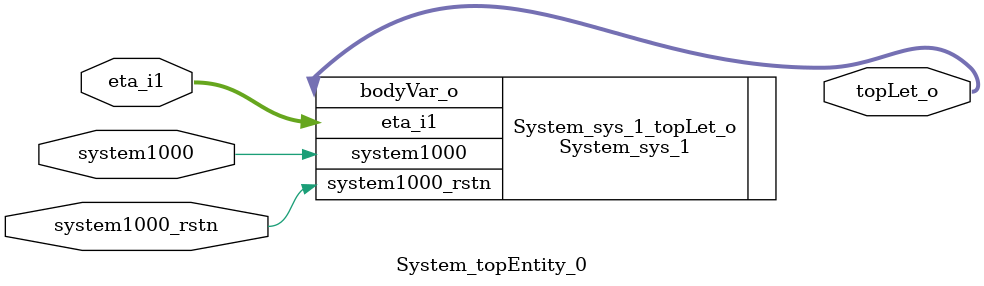
<source format=v>
module System_topEntity_0(eta_i1
                         ,// clock
                         system1000
                         ,// asynchronous reset: active low
                         system1000_rstn
                         ,topLet_o);
  input [16:0] eta_i1;
  input system1000;
  input system1000_rstn;
  output [16:0] topLet_o;
  System_sys_1 System_sys_1_topLet_o
  (.bodyVar_o (topLet_o)
  ,.system1000 (system1000)
  ,.system1000_rstn (system1000_rstn)
  ,.eta_i1 (eta_i1));
endmodule

</source>
